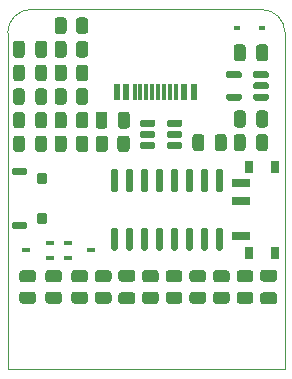
<source format=gbr>
G04 #@! TF.GenerationSoftware,KiCad,Pcbnew,6.0.10+dfsg-1~bpo11+1*
G04 #@! TF.ProjectId,project,70726f6a-6563-4742-9e6b-696361645f70,rev?*
G04 #@! TF.SameCoordinates,Original*
G04 #@! TF.FileFunction,Paste,Top*
G04 #@! TF.FilePolarity,Positive*
%FSLAX46Y46*%
G04 Gerber Fmt 4.6, Leading zero omitted, Abs format (unit mm)*
%MOMM*%
%LPD*%
G01*
G04 APERTURE LIST*
G04 #@! TA.AperFunction,Profile*
%ADD10C,0.100000*%
G04 #@! TD*
%ADD11R,0.600000X0.450000*%
%ADD12R,1.500000X0.700000*%
%ADD13R,0.800000X1.000000*%
%ADD14R,0.600000X1.450000*%
%ADD15R,0.300000X1.450000*%
%ADD16R,0.700000X0.450000*%
G04 APERTURE END LIST*
D10*
X122250000Y-126475000D02*
X101150000Y-126475000D01*
X123500000Y-98000000D02*
X123500000Y-126475000D01*
X100000000Y-98000000D02*
X100000000Y-126475000D01*
X123500000Y-98000000D02*
G75*
G03*
X121500000Y-96000000I-2000000J0D01*
G01*
X122250000Y-126475000D02*
X123500000Y-126475000D01*
X102000000Y-96000000D02*
X121500000Y-96000000D01*
X101150000Y-126475000D02*
X100000000Y-126475000D01*
X102000000Y-96000000D02*
G75*
G03*
X100000000Y-98000000I0J-2000000D01*
G01*
G36*
G01*
X112550000Y-120925000D02*
X111650000Y-120925000D01*
G75*
G02*
X111400000Y-120675000I0J250000D01*
G01*
X111400000Y-120150000D01*
G75*
G02*
X111650000Y-119900000I250000J0D01*
G01*
X112550000Y-119900000D01*
G75*
G02*
X112800000Y-120150000I0J-250000D01*
G01*
X112800000Y-120675000D01*
G75*
G02*
X112550000Y-120925000I-250000J0D01*
G01*
G37*
G36*
G01*
X112550000Y-119100000D02*
X111650000Y-119100000D01*
G75*
G02*
X111400000Y-118850000I0J250000D01*
G01*
X111400000Y-118325000D01*
G75*
G02*
X111650000Y-118075000I250000J0D01*
G01*
X112550000Y-118075000D01*
G75*
G02*
X112800000Y-118325000I0J-250000D01*
G01*
X112800000Y-118850000D01*
G75*
G02*
X112550000Y-119100000I-250000J0D01*
G01*
G37*
G36*
G01*
X110325000Y-106925000D02*
X110325000Y-107825000D01*
G75*
G02*
X110075000Y-108075000I-250000J0D01*
G01*
X109550000Y-108075000D01*
G75*
G02*
X109300000Y-107825000I0J250000D01*
G01*
X109300000Y-106925000D01*
G75*
G02*
X109550000Y-106675000I250000J0D01*
G01*
X110075000Y-106675000D01*
G75*
G02*
X110325000Y-106925000I0J-250000D01*
G01*
G37*
G36*
G01*
X108500000Y-106925000D02*
X108500000Y-107825000D01*
G75*
G02*
X108250000Y-108075000I-250000J0D01*
G01*
X107725000Y-108075000D01*
G75*
G02*
X107475000Y-107825000I0J250000D01*
G01*
X107475000Y-106925000D01*
G75*
G02*
X107725000Y-106675000I250000J0D01*
G01*
X108250000Y-106675000D01*
G75*
G02*
X108500000Y-106925000I0J-250000D01*
G01*
G37*
G36*
G01*
X109625000Y-118050000D02*
X110575000Y-118050000D01*
G75*
G02*
X110825000Y-118300000I0J-250000D01*
G01*
X110825000Y-118800000D01*
G75*
G02*
X110575000Y-119050000I-250000J0D01*
G01*
X109625000Y-119050000D01*
G75*
G02*
X109375000Y-118800000I0J250000D01*
G01*
X109375000Y-118300000D01*
G75*
G02*
X109625000Y-118050000I250000J0D01*
G01*
G37*
G36*
G01*
X109625000Y-119950000D02*
X110575000Y-119950000D01*
G75*
G02*
X110825000Y-120200000I0J-250000D01*
G01*
X110825000Y-120700000D01*
G75*
G02*
X110575000Y-120950000I-250000J0D01*
G01*
X109625000Y-120950000D01*
G75*
G02*
X109375000Y-120700000I0J250000D01*
G01*
X109375000Y-120200000D01*
G75*
G02*
X109625000Y-119950000I250000J0D01*
G01*
G37*
G36*
G01*
X103450000Y-118075000D02*
X104350000Y-118075000D01*
G75*
G02*
X104600000Y-118325000I0J-250000D01*
G01*
X104600000Y-118850000D01*
G75*
G02*
X104350000Y-119100000I-250000J0D01*
G01*
X103450000Y-119100000D01*
G75*
G02*
X103200000Y-118850000I0J250000D01*
G01*
X103200000Y-118325000D01*
G75*
G02*
X103450000Y-118075000I250000J0D01*
G01*
G37*
G36*
G01*
X103450000Y-119900000D02*
X104350000Y-119900000D01*
G75*
G02*
X104600000Y-120150000I0J-250000D01*
G01*
X104600000Y-120675000D01*
G75*
G02*
X104350000Y-120925000I-250000J0D01*
G01*
X103450000Y-120925000D01*
G75*
G02*
X103200000Y-120675000I0J250000D01*
G01*
X103200000Y-120150000D01*
G75*
G02*
X103450000Y-119900000I250000J0D01*
G01*
G37*
G36*
G01*
X103350000Y-98900000D02*
X103350000Y-99850000D01*
G75*
G02*
X103100000Y-100100000I-250000J0D01*
G01*
X102600000Y-100100000D01*
G75*
G02*
X102350000Y-99850000I0J250000D01*
G01*
X102350000Y-98900000D01*
G75*
G02*
X102600000Y-98650000I250000J0D01*
G01*
X103100000Y-98650000D01*
G75*
G02*
X103350000Y-98900000I0J-250000D01*
G01*
G37*
G36*
G01*
X101450000Y-98900000D02*
X101450000Y-99850000D01*
G75*
G02*
X101200000Y-100100000I-250000J0D01*
G01*
X100700000Y-100100000D01*
G75*
G02*
X100450000Y-99850000I0J250000D01*
G01*
X100450000Y-98900000D01*
G75*
G02*
X100700000Y-98650000I250000J0D01*
G01*
X101200000Y-98650000D01*
G75*
G02*
X101450000Y-98900000I0J-250000D01*
G01*
G37*
G36*
G01*
X100475000Y-101831250D02*
X100475000Y-100918750D01*
G75*
G02*
X100718750Y-100675000I243750J0D01*
G01*
X101206250Y-100675000D01*
G75*
G02*
X101450000Y-100918750I0J-243750D01*
G01*
X101450000Y-101831250D01*
G75*
G02*
X101206250Y-102075000I-243750J0D01*
G01*
X100718750Y-102075000D01*
G75*
G02*
X100475000Y-101831250I0J243750D01*
G01*
G37*
G36*
G01*
X102350000Y-101831250D02*
X102350000Y-100918750D01*
G75*
G02*
X102593750Y-100675000I243750J0D01*
G01*
X103081250Y-100675000D01*
G75*
G02*
X103325000Y-100918750I0J-243750D01*
G01*
X103325000Y-101831250D01*
G75*
G02*
X103081250Y-102075000I-243750J0D01*
G01*
X102593750Y-102075000D01*
G75*
G02*
X102350000Y-101831250I0J243750D01*
G01*
G37*
G36*
G01*
X100475000Y-103831250D02*
X100475000Y-102918750D01*
G75*
G02*
X100718750Y-102675000I243750J0D01*
G01*
X101206250Y-102675000D01*
G75*
G02*
X101450000Y-102918750I0J-243750D01*
G01*
X101450000Y-103831250D01*
G75*
G02*
X101206250Y-104075000I-243750J0D01*
G01*
X100718750Y-104075000D01*
G75*
G02*
X100475000Y-103831250I0J243750D01*
G01*
G37*
G36*
G01*
X102350000Y-103831250D02*
X102350000Y-102918750D01*
G75*
G02*
X102593750Y-102675000I243750J0D01*
G01*
X103081250Y-102675000D01*
G75*
G02*
X103325000Y-102918750I0J-243750D01*
G01*
X103325000Y-103831250D01*
G75*
G02*
X103081250Y-104075000I-243750J0D01*
G01*
X102593750Y-104075000D01*
G75*
G02*
X102350000Y-103831250I0J243750D01*
G01*
G37*
G36*
G01*
X119150000Y-107750000D02*
X119150000Y-106800000D01*
G75*
G02*
X119400000Y-106550000I250000J0D01*
G01*
X119900000Y-106550000D01*
G75*
G02*
X120150000Y-106800000I0J-250000D01*
G01*
X120150000Y-107750000D01*
G75*
G02*
X119900000Y-108000000I-250000J0D01*
G01*
X119400000Y-108000000D01*
G75*
G02*
X119150000Y-107750000I0J250000D01*
G01*
G37*
G36*
G01*
X121050000Y-107750000D02*
X121050000Y-106800000D01*
G75*
G02*
X121300000Y-106550000I250000J0D01*
G01*
X121800000Y-106550000D01*
G75*
G02*
X122050000Y-106800000I0J-250000D01*
G01*
X122050000Y-107750000D01*
G75*
G02*
X121800000Y-108000000I-250000J0D01*
G01*
X121300000Y-108000000D01*
G75*
G02*
X121050000Y-107750000I0J250000D01*
G01*
G37*
G36*
G01*
X118550000Y-120925000D02*
X117650000Y-120925000D01*
G75*
G02*
X117400000Y-120675000I0J250000D01*
G01*
X117400000Y-120150000D01*
G75*
G02*
X117650000Y-119900000I250000J0D01*
G01*
X118550000Y-119900000D01*
G75*
G02*
X118800000Y-120150000I0J-250000D01*
G01*
X118800000Y-120675000D01*
G75*
G02*
X118550000Y-120925000I-250000J0D01*
G01*
G37*
G36*
G01*
X118550000Y-119100000D02*
X117650000Y-119100000D01*
G75*
G02*
X117400000Y-118850000I0J250000D01*
G01*
X117400000Y-118325000D01*
G75*
G02*
X117650000Y-118075000I250000J0D01*
G01*
X118550000Y-118075000D01*
G75*
G02*
X118800000Y-118325000I0J-250000D01*
G01*
X118800000Y-118850000D01*
G75*
G02*
X118550000Y-119100000I-250000J0D01*
G01*
G37*
G36*
G01*
X117795000Y-109525000D02*
X118095000Y-109525000D01*
G75*
G02*
X118245000Y-109675000I0J-150000D01*
G01*
X118245000Y-111325000D01*
G75*
G02*
X118095000Y-111475000I-150000J0D01*
G01*
X117795000Y-111475000D01*
G75*
G02*
X117645000Y-111325000I0J150000D01*
G01*
X117645000Y-109675000D01*
G75*
G02*
X117795000Y-109525000I150000J0D01*
G01*
G37*
G36*
G01*
X116525000Y-109525000D02*
X116825000Y-109525000D01*
G75*
G02*
X116975000Y-109675000I0J-150000D01*
G01*
X116975000Y-111325000D01*
G75*
G02*
X116825000Y-111475000I-150000J0D01*
G01*
X116525000Y-111475000D01*
G75*
G02*
X116375000Y-111325000I0J150000D01*
G01*
X116375000Y-109675000D01*
G75*
G02*
X116525000Y-109525000I150000J0D01*
G01*
G37*
G36*
G01*
X115255000Y-109525000D02*
X115555000Y-109525000D01*
G75*
G02*
X115705000Y-109675000I0J-150000D01*
G01*
X115705000Y-111325000D01*
G75*
G02*
X115555000Y-111475000I-150000J0D01*
G01*
X115255000Y-111475000D01*
G75*
G02*
X115105000Y-111325000I0J150000D01*
G01*
X115105000Y-109675000D01*
G75*
G02*
X115255000Y-109525000I150000J0D01*
G01*
G37*
G36*
G01*
X113985000Y-109525000D02*
X114285000Y-109525000D01*
G75*
G02*
X114435000Y-109675000I0J-150000D01*
G01*
X114435000Y-111325000D01*
G75*
G02*
X114285000Y-111475000I-150000J0D01*
G01*
X113985000Y-111475000D01*
G75*
G02*
X113835000Y-111325000I0J150000D01*
G01*
X113835000Y-109675000D01*
G75*
G02*
X113985000Y-109525000I150000J0D01*
G01*
G37*
G36*
G01*
X112715000Y-109525000D02*
X113015000Y-109525000D01*
G75*
G02*
X113165000Y-109675000I0J-150000D01*
G01*
X113165000Y-111325000D01*
G75*
G02*
X113015000Y-111475000I-150000J0D01*
G01*
X112715000Y-111475000D01*
G75*
G02*
X112565000Y-111325000I0J150000D01*
G01*
X112565000Y-109675000D01*
G75*
G02*
X112715000Y-109525000I150000J0D01*
G01*
G37*
G36*
G01*
X111445000Y-109525000D02*
X111745000Y-109525000D01*
G75*
G02*
X111895000Y-109675000I0J-150000D01*
G01*
X111895000Y-111325000D01*
G75*
G02*
X111745000Y-111475000I-150000J0D01*
G01*
X111445000Y-111475000D01*
G75*
G02*
X111295000Y-111325000I0J150000D01*
G01*
X111295000Y-109675000D01*
G75*
G02*
X111445000Y-109525000I150000J0D01*
G01*
G37*
G36*
G01*
X110175000Y-109525000D02*
X110475000Y-109525000D01*
G75*
G02*
X110625000Y-109675000I0J-150000D01*
G01*
X110625000Y-111325000D01*
G75*
G02*
X110475000Y-111475000I-150000J0D01*
G01*
X110175000Y-111475000D01*
G75*
G02*
X110025000Y-111325000I0J150000D01*
G01*
X110025000Y-109675000D01*
G75*
G02*
X110175000Y-109525000I150000J0D01*
G01*
G37*
G36*
G01*
X108905000Y-109525000D02*
X109205000Y-109525000D01*
G75*
G02*
X109355000Y-109675000I0J-150000D01*
G01*
X109355000Y-111325000D01*
G75*
G02*
X109205000Y-111475000I-150000J0D01*
G01*
X108905000Y-111475000D01*
G75*
G02*
X108755000Y-111325000I0J150000D01*
G01*
X108755000Y-109675000D01*
G75*
G02*
X108905000Y-109525000I150000J0D01*
G01*
G37*
G36*
G01*
X108905000Y-114475000D02*
X109205000Y-114475000D01*
G75*
G02*
X109355000Y-114625000I0J-150000D01*
G01*
X109355000Y-116275000D01*
G75*
G02*
X109205000Y-116425000I-150000J0D01*
G01*
X108905000Y-116425000D01*
G75*
G02*
X108755000Y-116275000I0J150000D01*
G01*
X108755000Y-114625000D01*
G75*
G02*
X108905000Y-114475000I150000J0D01*
G01*
G37*
G36*
G01*
X110175000Y-114475000D02*
X110475000Y-114475000D01*
G75*
G02*
X110625000Y-114625000I0J-150000D01*
G01*
X110625000Y-116275000D01*
G75*
G02*
X110475000Y-116425000I-150000J0D01*
G01*
X110175000Y-116425000D01*
G75*
G02*
X110025000Y-116275000I0J150000D01*
G01*
X110025000Y-114625000D01*
G75*
G02*
X110175000Y-114475000I150000J0D01*
G01*
G37*
G36*
G01*
X111445000Y-114475000D02*
X111745000Y-114475000D01*
G75*
G02*
X111895000Y-114625000I0J-150000D01*
G01*
X111895000Y-116275000D01*
G75*
G02*
X111745000Y-116425000I-150000J0D01*
G01*
X111445000Y-116425000D01*
G75*
G02*
X111295000Y-116275000I0J150000D01*
G01*
X111295000Y-114625000D01*
G75*
G02*
X111445000Y-114475000I150000J0D01*
G01*
G37*
G36*
G01*
X112715000Y-114475000D02*
X113015000Y-114475000D01*
G75*
G02*
X113165000Y-114625000I0J-150000D01*
G01*
X113165000Y-116275000D01*
G75*
G02*
X113015000Y-116425000I-150000J0D01*
G01*
X112715000Y-116425000D01*
G75*
G02*
X112565000Y-116275000I0J150000D01*
G01*
X112565000Y-114625000D01*
G75*
G02*
X112715000Y-114475000I150000J0D01*
G01*
G37*
G36*
G01*
X113985000Y-114475000D02*
X114285000Y-114475000D01*
G75*
G02*
X114435000Y-114625000I0J-150000D01*
G01*
X114435000Y-116275000D01*
G75*
G02*
X114285000Y-116425000I-150000J0D01*
G01*
X113985000Y-116425000D01*
G75*
G02*
X113835000Y-116275000I0J150000D01*
G01*
X113835000Y-114625000D01*
G75*
G02*
X113985000Y-114475000I150000J0D01*
G01*
G37*
G36*
G01*
X115255000Y-114475000D02*
X115555000Y-114475000D01*
G75*
G02*
X115705000Y-114625000I0J-150000D01*
G01*
X115705000Y-116275000D01*
G75*
G02*
X115555000Y-116425000I-150000J0D01*
G01*
X115255000Y-116425000D01*
G75*
G02*
X115105000Y-116275000I0J150000D01*
G01*
X115105000Y-114625000D01*
G75*
G02*
X115255000Y-114475000I150000J0D01*
G01*
G37*
G36*
G01*
X116525000Y-114475000D02*
X116825000Y-114475000D01*
G75*
G02*
X116975000Y-114625000I0J-150000D01*
G01*
X116975000Y-116275000D01*
G75*
G02*
X116825000Y-116425000I-150000J0D01*
G01*
X116525000Y-116425000D01*
G75*
G02*
X116375000Y-116275000I0J150000D01*
G01*
X116375000Y-114625000D01*
G75*
G02*
X116525000Y-114475000I150000J0D01*
G01*
G37*
G36*
G01*
X117795000Y-114475000D02*
X118095000Y-114475000D01*
G75*
G02*
X118245000Y-114625000I0J-150000D01*
G01*
X118245000Y-116275000D01*
G75*
G02*
X118095000Y-116425000I-150000J0D01*
G01*
X117795000Y-116425000D01*
G75*
G02*
X117645000Y-116275000I0J150000D01*
G01*
X117645000Y-114625000D01*
G75*
G02*
X117795000Y-114475000I150000J0D01*
G01*
G37*
G36*
G01*
X115650000Y-107750000D02*
X115650000Y-106800000D01*
G75*
G02*
X115900000Y-106550000I250000J0D01*
G01*
X116400000Y-106550000D01*
G75*
G02*
X116650000Y-106800000I0J-250000D01*
G01*
X116650000Y-107750000D01*
G75*
G02*
X116400000Y-108000000I-250000J0D01*
G01*
X115900000Y-108000000D01*
G75*
G02*
X115650000Y-107750000I0J250000D01*
G01*
G37*
G36*
G01*
X117550000Y-107750000D02*
X117550000Y-106800000D01*
G75*
G02*
X117800000Y-106550000I250000J0D01*
G01*
X118300000Y-106550000D01*
G75*
G02*
X118550000Y-106800000I0J-250000D01*
G01*
X118550000Y-107750000D01*
G75*
G02*
X118300000Y-108000000I-250000J0D01*
G01*
X117800000Y-108000000D01*
G75*
G02*
X117550000Y-107750000I0J250000D01*
G01*
G37*
G36*
G01*
X103975000Y-99825000D02*
X103975000Y-98925000D01*
G75*
G02*
X104225000Y-98675000I250000J0D01*
G01*
X104750000Y-98675000D01*
G75*
G02*
X105000000Y-98925000I0J-250000D01*
G01*
X105000000Y-99825000D01*
G75*
G02*
X104750000Y-100075000I-250000J0D01*
G01*
X104225000Y-100075000D01*
G75*
G02*
X103975000Y-99825000I0J250000D01*
G01*
G37*
G36*
G01*
X105800000Y-99825000D02*
X105800000Y-98925000D01*
G75*
G02*
X106050000Y-98675000I250000J0D01*
G01*
X106575000Y-98675000D01*
G75*
G02*
X106825000Y-98925000I0J-250000D01*
G01*
X106825000Y-99825000D01*
G75*
G02*
X106575000Y-100075000I-250000J0D01*
G01*
X106050000Y-100075000D01*
G75*
G02*
X105800000Y-99825000I0J250000D01*
G01*
G37*
D11*
X121550000Y-97575000D03*
X119450000Y-97575000D03*
G36*
G01*
X103975000Y-103825000D02*
X103975000Y-102925000D01*
G75*
G02*
X104225000Y-102675000I250000J0D01*
G01*
X104750000Y-102675000D01*
G75*
G02*
X105000000Y-102925000I0J-250000D01*
G01*
X105000000Y-103825000D01*
G75*
G02*
X104750000Y-104075000I-250000J0D01*
G01*
X104225000Y-104075000D01*
G75*
G02*
X103975000Y-103825000I0J250000D01*
G01*
G37*
G36*
G01*
X105800000Y-103825000D02*
X105800000Y-102925000D01*
G75*
G02*
X106050000Y-102675000I250000J0D01*
G01*
X106575000Y-102675000D01*
G75*
G02*
X106825000Y-102925000I0J-250000D01*
G01*
X106825000Y-103825000D01*
G75*
G02*
X106575000Y-104075000I-250000J0D01*
G01*
X106050000Y-104075000D01*
G75*
G02*
X105800000Y-103825000I0J250000D01*
G01*
G37*
G36*
G01*
X103975000Y-97825000D02*
X103975000Y-96925000D01*
G75*
G02*
X104225000Y-96675000I250000J0D01*
G01*
X104750000Y-96675000D01*
G75*
G02*
X105000000Y-96925000I0J-250000D01*
G01*
X105000000Y-97825000D01*
G75*
G02*
X104750000Y-98075000I-250000J0D01*
G01*
X104225000Y-98075000D01*
G75*
G02*
X103975000Y-97825000I0J250000D01*
G01*
G37*
G36*
G01*
X105800000Y-97825000D02*
X105800000Y-96925000D01*
G75*
G02*
X106050000Y-96675000I250000J0D01*
G01*
X106575000Y-96675000D01*
G75*
G02*
X106825000Y-96925000I0J-250000D01*
G01*
X106825000Y-97825000D01*
G75*
G02*
X106575000Y-98075000I-250000J0D01*
G01*
X106050000Y-98075000D01*
G75*
G02*
X105800000Y-97825000I0J250000D01*
G01*
G37*
G36*
G01*
X122100000Y-103275000D02*
X122100000Y-103575000D01*
G75*
G02*
X121950000Y-103725000I-150000J0D01*
G01*
X120925000Y-103725000D01*
G75*
G02*
X120775000Y-103575000I0J150000D01*
G01*
X120775000Y-103275000D01*
G75*
G02*
X120925000Y-103125000I150000J0D01*
G01*
X121950000Y-103125000D01*
G75*
G02*
X122100000Y-103275000I0J-150000D01*
G01*
G37*
G36*
G01*
X122100000Y-102325000D02*
X122100000Y-102625000D01*
G75*
G02*
X121950000Y-102775000I-150000J0D01*
G01*
X120925000Y-102775000D01*
G75*
G02*
X120775000Y-102625000I0J150000D01*
G01*
X120775000Y-102325000D01*
G75*
G02*
X120925000Y-102175000I150000J0D01*
G01*
X121950000Y-102175000D01*
G75*
G02*
X122100000Y-102325000I0J-150000D01*
G01*
G37*
G36*
G01*
X122100000Y-101375000D02*
X122100000Y-101675000D01*
G75*
G02*
X121950000Y-101825000I-150000J0D01*
G01*
X120925000Y-101825000D01*
G75*
G02*
X120775000Y-101675000I0J150000D01*
G01*
X120775000Y-101375000D01*
G75*
G02*
X120925000Y-101225000I150000J0D01*
G01*
X121950000Y-101225000D01*
G75*
G02*
X122100000Y-101375000I0J-150000D01*
G01*
G37*
G36*
G01*
X119825000Y-101375000D02*
X119825000Y-101675000D01*
G75*
G02*
X119675000Y-101825000I-150000J0D01*
G01*
X118650000Y-101825000D01*
G75*
G02*
X118500000Y-101675000I0J150000D01*
G01*
X118500000Y-101375000D01*
G75*
G02*
X118650000Y-101225000I150000J0D01*
G01*
X119675000Y-101225000D01*
G75*
G02*
X119825000Y-101375000I0J-150000D01*
G01*
G37*
G36*
G01*
X119825000Y-103275000D02*
X119825000Y-103575000D01*
G75*
G02*
X119675000Y-103725000I-150000J0D01*
G01*
X118650000Y-103725000D01*
G75*
G02*
X118500000Y-103575000I0J150000D01*
G01*
X118500000Y-103275000D01*
G75*
G02*
X118650000Y-103125000I150000J0D01*
G01*
X119675000Y-103125000D01*
G75*
G02*
X119825000Y-103275000I0J-150000D01*
G01*
G37*
G36*
G01*
X103975000Y-107825000D02*
X103975000Y-106925000D01*
G75*
G02*
X104225000Y-106675000I250000J0D01*
G01*
X104750000Y-106675000D01*
G75*
G02*
X105000000Y-106925000I0J-250000D01*
G01*
X105000000Y-107825000D01*
G75*
G02*
X104750000Y-108075000I-250000J0D01*
G01*
X104225000Y-108075000D01*
G75*
G02*
X103975000Y-107825000I0J250000D01*
G01*
G37*
G36*
G01*
X105800000Y-107825000D02*
X105800000Y-106925000D01*
G75*
G02*
X106050000Y-106675000I250000J0D01*
G01*
X106575000Y-106675000D01*
G75*
G02*
X106825000Y-106925000I0J-250000D01*
G01*
X106825000Y-107825000D01*
G75*
G02*
X106575000Y-108075000I-250000J0D01*
G01*
X106050000Y-108075000D01*
G75*
G02*
X105800000Y-107825000I0J250000D01*
G01*
G37*
G36*
G01*
X114800000Y-107375000D02*
X114800000Y-107675000D01*
G75*
G02*
X114650000Y-107825000I-150000J0D01*
G01*
X113625000Y-107825000D01*
G75*
G02*
X113475000Y-107675000I0J150000D01*
G01*
X113475000Y-107375000D01*
G75*
G02*
X113625000Y-107225000I150000J0D01*
G01*
X114650000Y-107225000D01*
G75*
G02*
X114800000Y-107375000I0J-150000D01*
G01*
G37*
G36*
G01*
X114800000Y-106425000D02*
X114800000Y-106725000D01*
G75*
G02*
X114650000Y-106875000I-150000J0D01*
G01*
X113625000Y-106875000D01*
G75*
G02*
X113475000Y-106725000I0J150000D01*
G01*
X113475000Y-106425000D01*
G75*
G02*
X113625000Y-106275000I150000J0D01*
G01*
X114650000Y-106275000D01*
G75*
G02*
X114800000Y-106425000I0J-150000D01*
G01*
G37*
G36*
G01*
X114800000Y-105475000D02*
X114800000Y-105775000D01*
G75*
G02*
X114650000Y-105925000I-150000J0D01*
G01*
X113625000Y-105925000D01*
G75*
G02*
X113475000Y-105775000I0J150000D01*
G01*
X113475000Y-105475000D01*
G75*
G02*
X113625000Y-105325000I150000J0D01*
G01*
X114650000Y-105325000D01*
G75*
G02*
X114800000Y-105475000I0J-150000D01*
G01*
G37*
G36*
G01*
X112525000Y-105475000D02*
X112525000Y-105775000D01*
G75*
G02*
X112375000Y-105925000I-150000J0D01*
G01*
X111350000Y-105925000D01*
G75*
G02*
X111200000Y-105775000I0J150000D01*
G01*
X111200000Y-105475000D01*
G75*
G02*
X111350000Y-105325000I150000J0D01*
G01*
X112375000Y-105325000D01*
G75*
G02*
X112525000Y-105475000I0J-150000D01*
G01*
G37*
G36*
G01*
X112525000Y-106425000D02*
X112525000Y-106725000D01*
G75*
G02*
X112375000Y-106875000I-150000J0D01*
G01*
X111350000Y-106875000D01*
G75*
G02*
X111200000Y-106725000I0J150000D01*
G01*
X111200000Y-106425000D01*
G75*
G02*
X111350000Y-106275000I150000J0D01*
G01*
X112375000Y-106275000D01*
G75*
G02*
X112525000Y-106425000I0J-150000D01*
G01*
G37*
G36*
G01*
X112525000Y-107375000D02*
X112525000Y-107675000D01*
G75*
G02*
X112375000Y-107825000I-150000J0D01*
G01*
X111350000Y-107825000D01*
G75*
G02*
X111200000Y-107675000I0J150000D01*
G01*
X111200000Y-107375000D01*
G75*
G02*
X111350000Y-107225000I150000J0D01*
G01*
X112375000Y-107225000D01*
G75*
G02*
X112525000Y-107375000I0J-150000D01*
G01*
G37*
D12*
X119772000Y-115225000D03*
X119772000Y-112225000D03*
X119772000Y-110725000D03*
D13*
X120422000Y-116625000D03*
X122632000Y-116625000D03*
X120422000Y-109325000D03*
X122632000Y-109325000D03*
G36*
G01*
X100475000Y-107831250D02*
X100475000Y-106918750D01*
G75*
G02*
X100718750Y-106675000I243750J0D01*
G01*
X101206250Y-106675000D01*
G75*
G02*
X101450000Y-106918750I0J-243750D01*
G01*
X101450000Y-107831250D01*
G75*
G02*
X101206250Y-108075000I-243750J0D01*
G01*
X100718750Y-108075000D01*
G75*
G02*
X100475000Y-107831250I0J243750D01*
G01*
G37*
G36*
G01*
X102350000Y-107831250D02*
X102350000Y-106918750D01*
G75*
G02*
X102593750Y-106675000I243750J0D01*
G01*
X103081250Y-106675000D01*
G75*
G02*
X103325000Y-106918750I0J-243750D01*
G01*
X103325000Y-107831250D01*
G75*
G02*
X103081250Y-108075000I-243750J0D01*
G01*
X102593750Y-108075000D01*
G75*
G02*
X102350000Y-107831250I0J243750D01*
G01*
G37*
G36*
G01*
X110350000Y-104900000D02*
X110350000Y-105850000D01*
G75*
G02*
X110100000Y-106100000I-250000J0D01*
G01*
X109600000Y-106100000D01*
G75*
G02*
X109350000Y-105850000I0J250000D01*
G01*
X109350000Y-104900000D01*
G75*
G02*
X109600000Y-104650000I250000J0D01*
G01*
X110100000Y-104650000D01*
G75*
G02*
X110350000Y-104900000I0J-250000D01*
G01*
G37*
G36*
G01*
X108450000Y-104900000D02*
X108450000Y-105850000D01*
G75*
G02*
X108200000Y-106100000I-250000J0D01*
G01*
X107700000Y-106100000D01*
G75*
G02*
X107450000Y-105850000I0J250000D01*
G01*
X107450000Y-104900000D01*
G75*
G02*
X107700000Y-104650000I250000J0D01*
G01*
X108200000Y-104650000D01*
G75*
G02*
X108450000Y-104900000I0J-250000D01*
G01*
G37*
G36*
G01*
X100475000Y-105831250D02*
X100475000Y-104918750D01*
G75*
G02*
X100718750Y-104675000I243750J0D01*
G01*
X101206250Y-104675000D01*
G75*
G02*
X101450000Y-104918750I0J-243750D01*
G01*
X101450000Y-105831250D01*
G75*
G02*
X101206250Y-106075000I-243750J0D01*
G01*
X100718750Y-106075000D01*
G75*
G02*
X100475000Y-105831250I0J243750D01*
G01*
G37*
G36*
G01*
X102350000Y-105831250D02*
X102350000Y-104918750D01*
G75*
G02*
X102593750Y-104675000I243750J0D01*
G01*
X103081250Y-104675000D01*
G75*
G02*
X103325000Y-104918750I0J-243750D01*
G01*
X103325000Y-105831250D01*
G75*
G02*
X103081250Y-106075000I-243750J0D01*
G01*
X102593750Y-106075000D01*
G75*
G02*
X102350000Y-105831250I0J243750D01*
G01*
G37*
G36*
G01*
X103975000Y-101825000D02*
X103975000Y-100925000D01*
G75*
G02*
X104225000Y-100675000I250000J0D01*
G01*
X104750000Y-100675000D01*
G75*
G02*
X105000000Y-100925000I0J-250000D01*
G01*
X105000000Y-101825000D01*
G75*
G02*
X104750000Y-102075000I-250000J0D01*
G01*
X104225000Y-102075000D01*
G75*
G02*
X103975000Y-101825000I0J250000D01*
G01*
G37*
G36*
G01*
X105800000Y-101825000D02*
X105800000Y-100925000D01*
G75*
G02*
X106050000Y-100675000I250000J0D01*
G01*
X106575000Y-100675000D01*
G75*
G02*
X106825000Y-100925000I0J-250000D01*
G01*
X106825000Y-101825000D01*
G75*
G02*
X106575000Y-102075000I-250000J0D01*
G01*
X106050000Y-102075000D01*
G75*
G02*
X105800000Y-101825000I0J250000D01*
G01*
G37*
D14*
X115750000Y-103020000D03*
X114950000Y-103020000D03*
D15*
X113750000Y-103020000D03*
X112750000Y-103020000D03*
X112250000Y-103020000D03*
X111250000Y-103020000D03*
D14*
X110050000Y-103020000D03*
X109250000Y-103020000D03*
X109250000Y-103020000D03*
X110050000Y-103020000D03*
D15*
X110750000Y-103020000D03*
X111750000Y-103020000D03*
X113250000Y-103020000D03*
X114250000Y-103020000D03*
D14*
X114950000Y-103020000D03*
X115750000Y-103020000D03*
G36*
G01*
X101250000Y-118075000D02*
X102150000Y-118075000D01*
G75*
G02*
X102400000Y-118325000I0J-250000D01*
G01*
X102400000Y-118850000D01*
G75*
G02*
X102150000Y-119100000I-250000J0D01*
G01*
X101250000Y-119100000D01*
G75*
G02*
X101000000Y-118850000I0J250000D01*
G01*
X101000000Y-118325000D01*
G75*
G02*
X101250000Y-118075000I250000J0D01*
G01*
G37*
G36*
G01*
X101250000Y-119900000D02*
X102150000Y-119900000D01*
G75*
G02*
X102400000Y-120150000I0J-250000D01*
G01*
X102400000Y-120675000D01*
G75*
G02*
X102150000Y-120925000I-250000J0D01*
G01*
X101250000Y-120925000D01*
G75*
G02*
X101000000Y-120675000I0J250000D01*
G01*
X101000000Y-120150000D01*
G75*
G02*
X101250000Y-119900000I250000J0D01*
G01*
G37*
G36*
G01*
X122575000Y-120950000D02*
X121625000Y-120950000D01*
G75*
G02*
X121375000Y-120700000I0J250000D01*
G01*
X121375000Y-120200000D01*
G75*
G02*
X121625000Y-119950000I250000J0D01*
G01*
X122575000Y-119950000D01*
G75*
G02*
X122825000Y-120200000I0J-250000D01*
G01*
X122825000Y-120700000D01*
G75*
G02*
X122575000Y-120950000I-250000J0D01*
G01*
G37*
G36*
G01*
X122575000Y-119050000D02*
X121625000Y-119050000D01*
G75*
G02*
X121375000Y-118800000I0J250000D01*
G01*
X121375000Y-118300000D01*
G75*
G02*
X121625000Y-118050000I250000J0D01*
G01*
X122575000Y-118050000D01*
G75*
G02*
X122825000Y-118300000I0J-250000D01*
G01*
X122825000Y-118800000D01*
G75*
G02*
X122575000Y-119050000I-250000J0D01*
G01*
G37*
G36*
G01*
X103205500Y-114150000D02*
X102605500Y-114150000D01*
G75*
G02*
X102505500Y-114050000I0J100000D01*
G01*
X102505500Y-113350000D01*
G75*
G02*
X102605500Y-113250000I100000J0D01*
G01*
X103205500Y-113250000D01*
G75*
G02*
X103305500Y-113350000I0J-100000D01*
G01*
X103305500Y-114050000D01*
G75*
G02*
X103205500Y-114150000I-100000J0D01*
G01*
G37*
G36*
G01*
X103205500Y-110750000D02*
X102605500Y-110750000D01*
G75*
G02*
X102505500Y-110650000I0J100000D01*
G01*
X102505500Y-109950000D01*
G75*
G02*
X102605500Y-109850000I100000J0D01*
G01*
X103205500Y-109850000D01*
G75*
G02*
X103305500Y-109950000I0J-100000D01*
G01*
X103305500Y-110650000D01*
G75*
G02*
X103205500Y-110750000I-100000J0D01*
G01*
G37*
G36*
G01*
X101505500Y-110000000D02*
X100505500Y-110000000D01*
G75*
G02*
X100405500Y-109900000I0J100000D01*
G01*
X100405500Y-109500000D01*
G75*
G02*
X100505500Y-109400000I100000J0D01*
G01*
X101505500Y-109400000D01*
G75*
G02*
X101605500Y-109500000I0J-100000D01*
G01*
X101605500Y-109900000D01*
G75*
G02*
X101505500Y-110000000I-100000J0D01*
G01*
G37*
G36*
G01*
X101505500Y-114600000D02*
X100505500Y-114600000D01*
G75*
G02*
X100405500Y-114500000I0J100000D01*
G01*
X100405500Y-114100000D01*
G75*
G02*
X100505500Y-114000000I100000J0D01*
G01*
X101505500Y-114000000D01*
G75*
G02*
X101605500Y-114100000I0J-100000D01*
G01*
X101605500Y-114500000D01*
G75*
G02*
X101505500Y-114600000I-100000J0D01*
G01*
G37*
G36*
G01*
X103975000Y-105825000D02*
X103975000Y-104925000D01*
G75*
G02*
X104225000Y-104675000I250000J0D01*
G01*
X104750000Y-104675000D01*
G75*
G02*
X105000000Y-104925000I0J-250000D01*
G01*
X105000000Y-105825000D01*
G75*
G02*
X104750000Y-106075000I-250000J0D01*
G01*
X104225000Y-106075000D01*
G75*
G02*
X103975000Y-105825000I0J250000D01*
G01*
G37*
G36*
G01*
X105800000Y-105825000D02*
X105800000Y-104925000D01*
G75*
G02*
X106050000Y-104675000I250000J0D01*
G01*
X106575000Y-104675000D01*
G75*
G02*
X106825000Y-104925000I0J-250000D01*
G01*
X106825000Y-105825000D01*
G75*
G02*
X106575000Y-106075000I-250000J0D01*
G01*
X106050000Y-106075000D01*
G75*
G02*
X105800000Y-105825000I0J250000D01*
G01*
G37*
G36*
G01*
X108550000Y-120925000D02*
X107650000Y-120925000D01*
G75*
G02*
X107400000Y-120675000I0J250000D01*
G01*
X107400000Y-120150000D01*
G75*
G02*
X107650000Y-119900000I250000J0D01*
G01*
X108550000Y-119900000D01*
G75*
G02*
X108800000Y-120150000I0J-250000D01*
G01*
X108800000Y-120675000D01*
G75*
G02*
X108550000Y-120925000I-250000J0D01*
G01*
G37*
G36*
G01*
X108550000Y-119100000D02*
X107650000Y-119100000D01*
G75*
G02*
X107400000Y-118850000I0J250000D01*
G01*
X107400000Y-118325000D01*
G75*
G02*
X107650000Y-118075000I250000J0D01*
G01*
X108550000Y-118075000D01*
G75*
G02*
X108800000Y-118325000I0J-250000D01*
G01*
X108800000Y-118850000D01*
G75*
G02*
X108550000Y-119100000I-250000J0D01*
G01*
G37*
G36*
G01*
X119650000Y-118075000D02*
X120550000Y-118075000D01*
G75*
G02*
X120800000Y-118325000I0J-250000D01*
G01*
X120800000Y-118850000D01*
G75*
G02*
X120550000Y-119100000I-250000J0D01*
G01*
X119650000Y-119100000D01*
G75*
G02*
X119400000Y-118850000I0J250000D01*
G01*
X119400000Y-118325000D01*
G75*
G02*
X119650000Y-118075000I250000J0D01*
G01*
G37*
G36*
G01*
X119650000Y-119900000D02*
X120550000Y-119900000D01*
G75*
G02*
X120800000Y-120150000I0J-250000D01*
G01*
X120800000Y-120675000D01*
G75*
G02*
X120550000Y-120925000I-250000J0D01*
G01*
X119650000Y-120925000D01*
G75*
G02*
X119400000Y-120675000I0J250000D01*
G01*
X119400000Y-120150000D01*
G75*
G02*
X119650000Y-119900000I250000J0D01*
G01*
G37*
G36*
G01*
X106550000Y-120925000D02*
X105650000Y-120925000D01*
G75*
G02*
X105400000Y-120675000I0J250000D01*
G01*
X105400000Y-120150000D01*
G75*
G02*
X105650000Y-119900000I250000J0D01*
G01*
X106550000Y-119900000D01*
G75*
G02*
X106800000Y-120150000I0J-250000D01*
G01*
X106800000Y-120675000D01*
G75*
G02*
X106550000Y-120925000I-250000J0D01*
G01*
G37*
G36*
G01*
X106550000Y-119100000D02*
X105650000Y-119100000D01*
G75*
G02*
X105400000Y-118850000I0J250000D01*
G01*
X105400000Y-118325000D01*
G75*
G02*
X105650000Y-118075000I250000J0D01*
G01*
X106550000Y-118075000D01*
G75*
G02*
X106800000Y-118325000I0J-250000D01*
G01*
X106800000Y-118850000D01*
G75*
G02*
X106550000Y-119100000I-250000J0D01*
G01*
G37*
G36*
G01*
X116550000Y-120925000D02*
X115650000Y-120925000D01*
G75*
G02*
X115400000Y-120675000I0J250000D01*
G01*
X115400000Y-120150000D01*
G75*
G02*
X115650000Y-119900000I250000J0D01*
G01*
X116550000Y-119900000D01*
G75*
G02*
X116800000Y-120150000I0J-250000D01*
G01*
X116800000Y-120675000D01*
G75*
G02*
X116550000Y-120925000I-250000J0D01*
G01*
G37*
G36*
G01*
X116550000Y-119100000D02*
X115650000Y-119100000D01*
G75*
G02*
X115400000Y-118850000I0J250000D01*
G01*
X115400000Y-118325000D01*
G75*
G02*
X115650000Y-118075000I250000J0D01*
G01*
X116550000Y-118075000D01*
G75*
G02*
X116800000Y-118325000I0J-250000D01*
G01*
X116800000Y-118850000D01*
G75*
G02*
X116550000Y-119100000I-250000J0D01*
G01*
G37*
D16*
X103600000Y-117050000D03*
X103600000Y-115750000D03*
X101600000Y-116400000D03*
X105100000Y-115750000D03*
X105100000Y-117050000D03*
X107100000Y-116400000D03*
G36*
G01*
X122050000Y-99200000D02*
X122050000Y-100150000D01*
G75*
G02*
X121800000Y-100400000I-250000J0D01*
G01*
X121300000Y-100400000D01*
G75*
G02*
X121050000Y-100150000I0J250000D01*
G01*
X121050000Y-99200000D01*
G75*
G02*
X121300000Y-98950000I250000J0D01*
G01*
X121800000Y-98950000D01*
G75*
G02*
X122050000Y-99200000I0J-250000D01*
G01*
G37*
G36*
G01*
X120150000Y-99200000D02*
X120150000Y-100150000D01*
G75*
G02*
X119900000Y-100400000I-250000J0D01*
G01*
X119400000Y-100400000D01*
G75*
G02*
X119150000Y-100150000I0J250000D01*
G01*
X119150000Y-99200000D01*
G75*
G02*
X119400000Y-98950000I250000J0D01*
G01*
X119900000Y-98950000D01*
G75*
G02*
X120150000Y-99200000I0J-250000D01*
G01*
G37*
G36*
G01*
X119150000Y-105750000D02*
X119150000Y-104800000D01*
G75*
G02*
X119400000Y-104550000I250000J0D01*
G01*
X119900000Y-104550000D01*
G75*
G02*
X120150000Y-104800000I0J-250000D01*
G01*
X120150000Y-105750000D01*
G75*
G02*
X119900000Y-106000000I-250000J0D01*
G01*
X119400000Y-106000000D01*
G75*
G02*
X119150000Y-105750000I0J250000D01*
G01*
G37*
G36*
G01*
X121050000Y-105750000D02*
X121050000Y-104800000D01*
G75*
G02*
X121300000Y-104550000I250000J0D01*
G01*
X121800000Y-104550000D01*
G75*
G02*
X122050000Y-104800000I0J-250000D01*
G01*
X122050000Y-105750000D01*
G75*
G02*
X121800000Y-106000000I-250000J0D01*
G01*
X121300000Y-106000000D01*
G75*
G02*
X121050000Y-105750000I0J250000D01*
G01*
G37*
G36*
G01*
X114550000Y-120925000D02*
X113650000Y-120925000D01*
G75*
G02*
X113400000Y-120675000I0J250000D01*
G01*
X113400000Y-120150000D01*
G75*
G02*
X113650000Y-119900000I250000J0D01*
G01*
X114550000Y-119900000D01*
G75*
G02*
X114800000Y-120150000I0J-250000D01*
G01*
X114800000Y-120675000D01*
G75*
G02*
X114550000Y-120925000I-250000J0D01*
G01*
G37*
G36*
G01*
X114550000Y-119100000D02*
X113650000Y-119100000D01*
G75*
G02*
X113400000Y-118850000I0J250000D01*
G01*
X113400000Y-118325000D01*
G75*
G02*
X113650000Y-118075000I250000J0D01*
G01*
X114550000Y-118075000D01*
G75*
G02*
X114800000Y-118325000I0J-250000D01*
G01*
X114800000Y-118850000D01*
G75*
G02*
X114550000Y-119100000I-250000J0D01*
G01*
G37*
M02*

</source>
